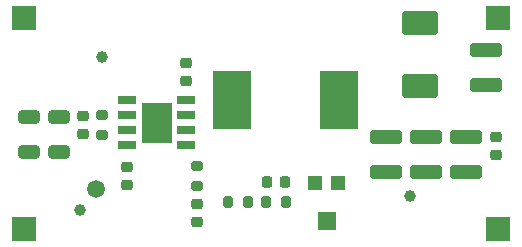
<source format=gbr>
%TF.GenerationSoftware,KiCad,Pcbnew,9.0.4*%
%TF.CreationDate,2025-08-21T12:34:08-03:00*%
%TF.ProjectId,EMI_SS_Supply_Electgpl,454d495f-5353-45f5-9375-70706c795f45,rev?*%
%TF.SameCoordinates,Original*%
%TF.FileFunction,Soldermask,Top*%
%TF.FilePolarity,Negative*%
%FSLAX46Y46*%
G04 Gerber Fmt 4.6, Leading zero omitted, Abs format (unit mm)*
G04 Created by KiCad (PCBNEW 9.0.4) date 2025-08-21 12:34:08*
%MOMM*%
%LPD*%
G01*
G04 APERTURE LIST*
G04 Aperture macros list*
%AMRoundRect*
0 Rectangle with rounded corners*
0 $1 Rounding radius*
0 $2 $3 $4 $5 $6 $7 $8 $9 X,Y pos of 4 corners*
0 Add a 4 corners polygon primitive as box body*
4,1,4,$2,$3,$4,$5,$6,$7,$8,$9,$2,$3,0*
0 Add four circle primitives for the rounded corners*
1,1,$1+$1,$2,$3*
1,1,$1+$1,$4,$5*
1,1,$1+$1,$6,$7*
1,1,$1+$1,$8,$9*
0 Add four rect primitives between the rounded corners*
20,1,$1+$1,$2,$3,$4,$5,0*
20,1,$1+$1,$4,$5,$6,$7,0*
20,1,$1+$1,$6,$7,$8,$9,0*
20,1,$1+$1,$8,$9,$2,$3,0*%
G04 Aperture macros list end*
%ADD10C,1.500000*%
%ADD11C,1.000000*%
%ADD12RoundRect,0.250000X-0.650000X0.325000X-0.650000X-0.325000X0.650000X-0.325000X0.650000X0.325000X0*%
%ADD13RoundRect,0.225000X-0.250000X0.225000X-0.250000X-0.225000X0.250000X-0.225000X0.250000X0.225000X0*%
%ADD14RoundRect,0.225000X-0.225000X-0.250000X0.225000X-0.250000X0.225000X0.250000X-0.225000X0.250000X0*%
%ADD15R,1.505000X0.802000*%
%ADD16R,2.613000X3.502000*%
%ADD17RoundRect,0.200000X-0.200000X-0.275000X0.200000X-0.275000X0.200000X0.275000X-0.200000X0.275000X0*%
%ADD18R,2.000000X2.000000*%
%ADD19RoundRect,0.250000X-1.100000X0.325000X-1.100000X-0.325000X1.100000X-0.325000X1.100000X0.325000X0*%
%ADD20RoundRect,0.250000X1.275000X-0.750000X1.275000X0.750000X-1.275000X0.750000X-1.275000X-0.750000X0*%
%ADD21R,1.200000X1.200000*%
%ADD22R,1.600000X1.500000*%
%ADD23RoundRect,0.200000X0.200000X0.275000X-0.200000X0.275000X-0.200000X-0.275000X0.200000X-0.275000X0*%
%ADD24RoundRect,0.200000X-0.275000X0.200000X-0.275000X-0.200000X0.275000X-0.200000X0.275000X0.200000X0*%
%ADD25R,3.175000X4.950000*%
G04 APERTURE END LIST*
D10*
%TO.C,TP5*%
X107800000Y-96200000D03*
%TD*%
D11*
%TO.C,FID3*%
X106400000Y-98000000D03*
%TD*%
%TO.C,FID2*%
X108300000Y-85000000D03*
%TD*%
%TO.C,FID1*%
X134400000Y-96800000D03*
%TD*%
D12*
%TO.C,C1*%
X102100000Y-90125000D03*
X102100000Y-93075000D03*
%TD*%
D13*
%TO.C,C5*%
X110400000Y-94325000D03*
X110400000Y-95875000D03*
%TD*%
D14*
%TO.C,C7*%
X122225000Y-95600000D03*
X123775000Y-95600000D03*
%TD*%
D13*
%TO.C,C6*%
X116300000Y-97425000D03*
X116300000Y-98975000D03*
%TD*%
D15*
%TO.C,U1*%
X110405000Y-88665000D03*
X110405000Y-89935000D03*
X110405000Y-91205000D03*
X110405000Y-92475000D03*
X115400000Y-92475000D03*
X115400000Y-91205000D03*
X115400000Y-89935000D03*
X115400000Y-88665000D03*
D16*
X112902500Y-90570000D03*
%TD*%
D17*
%TO.C,R4*%
X122175000Y-97300000D03*
X123825000Y-97300000D03*
%TD*%
D13*
%TO.C,C4*%
X115400000Y-85525000D03*
X115400000Y-87075000D03*
%TD*%
D18*
%TO.C,TP4*%
X141800000Y-99600000D03*
%TD*%
D19*
%TO.C,C11*%
X139100000Y-91825000D03*
X139100000Y-94775000D03*
%TD*%
%TO.C,C10*%
X135700000Y-91825000D03*
X135700000Y-94775000D03*
%TD*%
D13*
%TO.C,C8*%
X141600000Y-91750000D03*
X141600000Y-93300000D03*
%TD*%
%TO.C,C3*%
X106700000Y-90000000D03*
X106700000Y-91550000D03*
%TD*%
D20*
%TO.C,L2*%
X135200000Y-87450000D03*
X135200000Y-82150000D03*
%TD*%
D21*
%TO.C,RV1*%
X128300000Y-95650000D03*
D22*
X127300000Y-98900000D03*
D21*
X126300000Y-95650000D03*
%TD*%
D23*
%TO.C,R3*%
X120625000Y-97300000D03*
X118975000Y-97300000D03*
%TD*%
D24*
%TO.C,R1*%
X108300000Y-89950000D03*
X108300000Y-91600000D03*
%TD*%
D19*
%TO.C,C12*%
X140800000Y-84425000D03*
X140800000Y-87375000D03*
%TD*%
D18*
%TO.C,TP3*%
X141800000Y-81700000D03*
%TD*%
D19*
%TO.C,C9*%
X132300000Y-91825000D03*
X132300000Y-94775000D03*
%TD*%
D12*
%TO.C,C2*%
X104600000Y-90125000D03*
X104600000Y-93075000D03*
%TD*%
D18*
%TO.C,TP1*%
X101700000Y-81700000D03*
%TD*%
%TO.C,TP2*%
X101700000Y-99600000D03*
%TD*%
D24*
%TO.C,R2*%
X116300000Y-94275000D03*
X116300000Y-95925000D03*
%TD*%
D25*
%TO.C,L1*%
X119292500Y-88675000D03*
X128307500Y-88675000D03*
%TD*%
M02*

</source>
